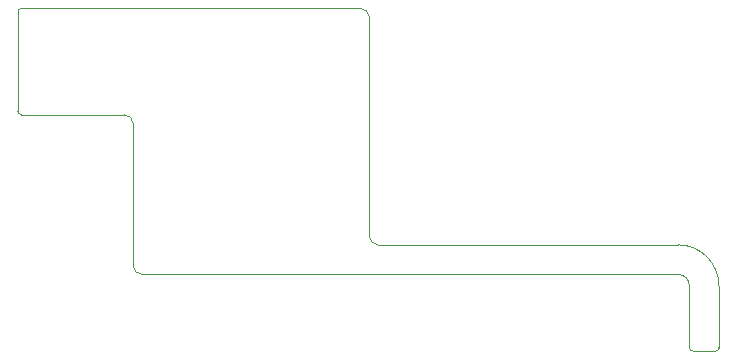
<source format=gbr>
%TF.GenerationSoftware,KiCad,Pcbnew,9.0.1*%
%TF.CreationDate,2025-05-20T09:40:34+02:00*%
%TF.ProjectId,Card_Adapter_Flex_AddOn,43617264-5f41-4646-9170-7465725f466c,0*%
%TF.SameCoordinates,Original*%
%TF.FileFunction,Profile,NP*%
%FSLAX46Y46*%
G04 Gerber Fmt 4.6, Leading zero omitted, Abs format (unit mm)*
G04 Created by KiCad (PCBNEW 9.0.1) date 2025-05-20 09:40:34*
%MOMM*%
%LPD*%
G01*
G04 APERTURE LIST*
%TA.AperFunction,Profile*%
%ADD10C,0.050000*%
%TD*%
G04 APERTURE END LIST*
D10*
X93610000Y-72470000D02*
G75*
G02*
X92860000Y-71720000I0J750000D01*
G01*
X92860000Y-71720000D02*
X92860000Y-53200000D01*
X119950000Y-79470000D02*
X119950000Y-75920000D01*
X119000000Y-74970000D02*
G75*
G02*
X119950000Y-75920000I0J-950000D01*
G01*
X73610000Y-74970000D02*
G75*
G02*
X72860000Y-74220000I0J750000D01*
G01*
X119000000Y-72470000D02*
X93610000Y-72470000D01*
X119000000Y-74970000D02*
X73610000Y-74970000D01*
X72860000Y-74220000D02*
X72860000Y-62200000D01*
X72110000Y-61450000D02*
G75*
G02*
X72860000Y-62200000I0J-750000D01*
G01*
X92110000Y-52450000D02*
G75*
G02*
X92860000Y-53200000I0J-750000D01*
G01*
X65100000Y-52450000D02*
X92110000Y-52450000D01*
X122450000Y-79470000D02*
X122450000Y-75920000D01*
X72110000Y-61450000D02*
X65100000Y-61450000D01*
X119000000Y-72470000D02*
G75*
G02*
X122450000Y-75920000I0J-3450000D01*
G01*
%TO.C,J2*%
X119950000Y-79470000D02*
X119950000Y-81170000D01*
X120250000Y-81470000D02*
X122150000Y-81470000D01*
X122450000Y-81170000D02*
X122450000Y-79470000D01*
X120250000Y-81470000D02*
G75*
G02*
X119950000Y-81170000I0J300000D01*
G01*
X122450000Y-81170000D02*
G75*
G02*
X122150000Y-81470000I-300000J0D01*
G01*
%TO.C,J1*%
X63100000Y-52750000D02*
X63100000Y-61150000D01*
X63400000Y-61450000D02*
X65100000Y-61450000D01*
X65100000Y-52450000D02*
X63400000Y-52450000D01*
X63100000Y-52750000D02*
G75*
G02*
X63400000Y-52450000I300000J0D01*
G01*
X63400000Y-61450000D02*
G75*
G02*
X63100000Y-61150000I0J300000D01*
G01*
%TD*%
M02*

</source>
